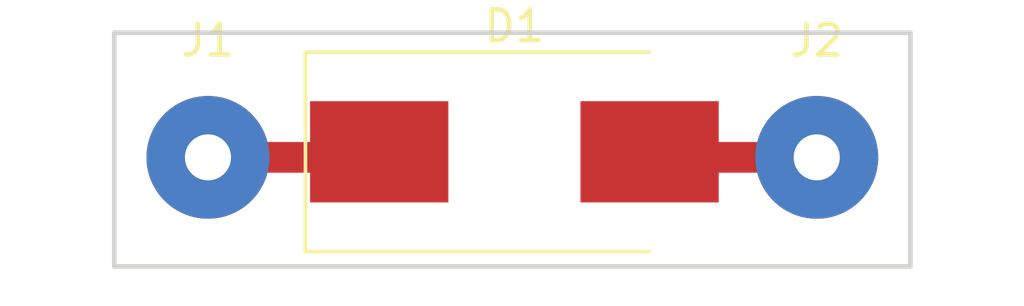
<source format=kicad_pcb>
(kicad_pcb (version 20171130) (host pcbnew "(5.0.0)")

  (general
    (thickness 1.6)
    (drawings 4)
    (tracks 4)
    (zones 0)
    (modules 3)
    (nets 3)
  )

  (page A4)
  (layers
    (0 F.Cu signal)
    (31 B.Cu signal)
    (32 B.Adhes user)
    (33 F.Adhes user)
    (34 B.Paste user)
    (35 F.Paste user)
    (36 B.SilkS user)
    (37 F.SilkS user)
    (38 B.Mask user)
    (39 F.Mask user)
    (40 Dwgs.User user)
    (41 Cmts.User user)
    (42 Eco1.User user)
    (43 Eco2.User user)
    (44 Edge.Cuts user)
    (45 Margin user)
    (46 B.CrtYd user)
    (47 F.CrtYd user)
    (48 B.Fab user)
    (49 F.Fab user)
  )

  (setup
    (last_trace_width 1)
    (trace_clearance 0.2)
    (zone_clearance 0.508)
    (zone_45_only no)
    (trace_min 1)
    (segment_width 0.2)
    (edge_width 0.15)
    (via_size 0.8)
    (via_drill 0.4)
    (via_min_size 0.4)
    (via_min_drill 0.3)
    (uvia_size 0.3)
    (uvia_drill 0.1)
    (uvias_allowed no)
    (uvia_min_size 0.2)
    (uvia_min_drill 0.1)
    (pcb_text_width 0.3)
    (pcb_text_size 1.5 1.5)
    (mod_edge_width 0.15)
    (mod_text_size 1 1)
    (mod_text_width 0.15)
    (pad_size 1.524 1.524)
    (pad_drill 0.762)
    (pad_to_mask_clearance 0.2)
    (aux_axis_origin 0 0)
    (visible_elements FFFFFF7F)
    (pcbplotparams
      (layerselection 0x01000_7fffffff)
      (usegerberextensions false)
      (usegerberattributes false)
      (usegerberadvancedattributes false)
      (creategerberjobfile false)
      (excludeedgelayer true)
      (linewidth 0.100000)
      (plotframeref false)
      (viasonmask false)
      (mode 1)
      (useauxorigin false)
      (hpglpennumber 1)
      (hpglpenspeed 20)
      (hpglpendiameter 15.000000)
      (psnegative false)
      (psa4output false)
      (plotreference true)
      (plotvalue true)
      (plotinvisibletext false)
      (padsonsilk false)
      (subtractmaskfromsilk false)
      (outputformat 5)
      (mirror false)
      (drillshape 0)
      (scaleselection 1)
      (outputdirectory ""))
  )

  (net 0 "")
  (net 1 "Net-(D1-Pad1)")
  (net 2 "Net-(D1-Pad2)")

  (net_class Default "Dies ist die voreingestellte Netzklasse."
    (clearance 0.2)
    (trace_width 1)
    (via_dia 0.8)
    (via_drill 0.4)
    (uvia_dia 0.3)
    (uvia_drill 0.1)
    (add_net "Net-(D1-Pad1)")
    (add_net "Net-(D1-Pad2)")
  )

  (module Diode_SMD:D_SMC_Handsoldering (layer F.Cu) (tedit 58642B03) (tstamp 61916DAD)
    (at 140.529001 102.435001)
    (descr "Diode SMC (DO-214AB) Handsoldering")
    (tags "Diode SMC (DO-214AB) Handsoldering")
    (path /61852C73)
    (attr smd)
    (fp_text reference D1 (at 0 -4.1) (layer F.SilkS)
      (effects (font (size 1 1) (thickness 0.15)))
    )
    (fp_text value B340 (at 0 4.2) (layer F.Fab)
      (effects (font (size 1 1) (thickness 0.15)))
    )
    (fp_text user %R (at 0 -1.5) (layer F.Fab)
      (effects (font (size 1 1) (thickness 0.15)))
    )
    (fp_line (start -6.8 3.25) (end -6.8 -3.25) (layer F.SilkS) (width 0.12))
    (fp_line (start 3.55 3.1) (end -3.55 3.1) (layer F.Fab) (width 0.1))
    (fp_line (start -3.55 3.1) (end -3.55 -3.1) (layer F.Fab) (width 0.1))
    (fp_line (start 3.55 -3.1) (end 3.55 3.1) (layer F.Fab) (width 0.1))
    (fp_line (start 3.55 -3.1) (end -3.55 -3.1) (layer F.Fab) (width 0.1))
    (fp_line (start -6.9 -3.35) (end 6.9 -3.35) (layer F.CrtYd) (width 0.05))
    (fp_line (start 6.9 -3.35) (end 6.9 3.35) (layer F.CrtYd) (width 0.05))
    (fp_line (start 6.9 3.35) (end -6.9 3.35) (layer F.CrtYd) (width 0.05))
    (fp_line (start -6.9 3.35) (end -6.9 -3.35) (layer F.CrtYd) (width 0.05))
    (fp_line (start -0.64944 0.00102) (end -1.55114 0.00102) (layer F.Fab) (width 0.1))
    (fp_line (start 0.50118 0.00102) (end 1.4994 0.00102) (layer F.Fab) (width 0.1))
    (fp_line (start -0.64944 -0.79908) (end -0.64944 0.80112) (layer F.Fab) (width 0.1))
    (fp_line (start 0.50118 0.75032) (end 0.50118 -0.79908) (layer F.Fab) (width 0.1))
    (fp_line (start -0.64944 0.00102) (end 0.50118 0.75032) (layer F.Fab) (width 0.1))
    (fp_line (start -0.64944 0.00102) (end 0.50118 -0.79908) (layer F.Fab) (width 0.1))
    (fp_line (start -6.8 3.25) (end 4.4 3.25) (layer F.SilkS) (width 0.12))
    (fp_line (start -6.8 -3.25) (end 4.4 -3.25) (layer F.SilkS) (width 0.12))
    (pad 1 smd rect (at -4.4 0 90) (size 3.3 4.5) (layers F.Cu F.Paste F.Mask)
      (net 1 "Net-(D1-Pad1)"))
    (pad 2 smd rect (at 4.4 0 90) (size 3.3 4.5) (layers F.Cu F.Paste F.Mask)
      (net 2 "Net-(D1-Pad2)"))
    (model ${KISYS3DMOD}/Diode_SMD.3dshapes/D_SMC.wrl
      (at (xyz 0 0 0))
      (scale (xyz 1 1 1))
      (rotate (xyz 0 0 0))
    )
  )

  (module Connector_Wire:SolderWirePad_1x01_Drill1.5mm (layer F.Cu) (tedit 5AEE5EB3) (tstamp 61916DB7)
    (at 130.556 102.616)
    (descr "Wire solder connection")
    (tags connector)
    (path /61852CEC)
    (attr virtual)
    (fp_text reference J1 (at 0 -3.81) (layer F.SilkS)
      (effects (font (size 1 1) (thickness 0.15)))
    )
    (fp_text value Conn_01x01_Male (at 0 3.81) (layer F.Fab)
      (effects (font (size 1 1) (thickness 0.15)))
    )
    (fp_text user %R (at 0 0) (layer F.Fab)
      (effects (font (size 1 1) (thickness 0.15)))
    )
    (fp_line (start -2.5 -2.5) (end 2.5 -2.5) (layer F.CrtYd) (width 0.05))
    (fp_line (start -2.5 -2.5) (end -2.5 2.5) (layer F.CrtYd) (width 0.05))
    (fp_line (start 2.5 2.5) (end 2.5 -2.5) (layer F.CrtYd) (width 0.05))
    (fp_line (start 2.5 2.5) (end -2.5 2.5) (layer F.CrtYd) (width 0.05))
    (pad 1 thru_hole circle (at 0 0) (size 4.0005 4.0005) (drill 1.50114) (layers *.Cu *.Mask)
      (net 1 "Net-(D1-Pad1)"))
  )

  (module Connector_Wire:SolderWirePad_1x01_Drill1.5mm (layer F.Cu) (tedit 5AEE5EB3) (tstamp 61916DC1)
    (at 150.368 102.616)
    (descr "Wire solder connection")
    (tags connector)
    (path /61852D24)
    (attr virtual)
    (fp_text reference J2 (at 0 -3.81) (layer F.SilkS)
      (effects (font (size 1 1) (thickness 0.15)))
    )
    (fp_text value Conn_01x01_Male (at 0 3.81) (layer F.Fab)
      (effects (font (size 1 1) (thickness 0.15)))
    )
    (fp_line (start 2.5 2.5) (end -2.5 2.5) (layer F.CrtYd) (width 0.05))
    (fp_line (start 2.5 2.5) (end 2.5 -2.5) (layer F.CrtYd) (width 0.05))
    (fp_line (start -2.5 -2.5) (end -2.5 2.5) (layer F.CrtYd) (width 0.05))
    (fp_line (start -2.5 -2.5) (end 2.5 -2.5) (layer F.CrtYd) (width 0.05))
    (fp_text user %R (at 0 0) (layer F.Fab)
      (effects (font (size 1 1) (thickness 0.15)))
    )
    (pad 1 thru_hole circle (at 0 0) (size 4.0005 4.0005) (drill 1.50114) (layers *.Cu *.Mask)
      (net 2 "Net-(D1-Pad2)"))
  )

  (gr_line (start 153.416 98.552) (end 127.508 98.552) (layer Edge.Cuts) (width 0.15))
  (gr_line (start 153.416 106.172) (end 153.416 98.552) (layer Edge.Cuts) (width 0.15))
  (gr_line (start 127.508 106.172) (end 153.416 106.172) (layer Edge.Cuts) (width 0.15))
  (gr_line (start 127.508 98.552) (end 127.508 106.172) (layer Edge.Cuts) (width 0.15))

  (segment (start 135.948002 102.616) (end 136.129001 102.435001) (width 1) (layer F.Cu) (net 1))
  (segment (start 130.556 102.616) (end 135.948002 102.616) (width 1) (layer F.Cu) (net 1))
  (segment (start 145.11 102.616) (end 144.929001 102.435001) (width 1) (layer F.Cu) (net 2))
  (segment (start 150.368 102.616) (end 145.11 102.616) (width 1) (layer F.Cu) (net 2))

)

</source>
